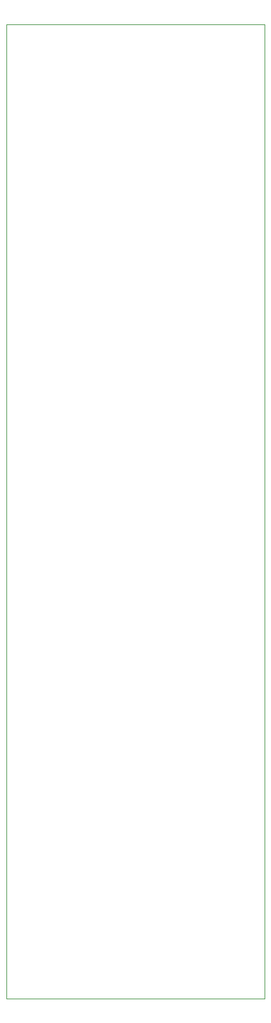
<source format=gbr>
G04 #@! TF.GenerationSoftware,KiCad,Pcbnew,5.1.6-1.fc31*
G04 #@! TF.CreationDate,2020-06-19T15:26:16-04:00*
G04 #@! TF.ProjectId,ChordArrayFacePlate,43686f72-6441-4727-9261-794661636550,rev?*
G04 #@! TF.SameCoordinates,Original*
G04 #@! TF.FileFunction,Profile,NP*
%FSLAX46Y46*%
G04 Gerber Fmt 4.6, Leading zero omitted, Abs format (unit mm)*
G04 Created by KiCad (PCBNEW 5.1.6-1.fc31) date 2020-06-19 15:26:16*
%MOMM*%
%LPD*%
G01*
G04 APERTURE LIST*
G04 #@! TA.AperFunction,Profile*
%ADD10C,0.050000*%
G04 #@! TD*
G04 APERTURE END LIST*
D10*
X152500000Y-31000000D02*
X152500000Y-39000000D01*
X118500000Y-31000000D02*
X118500000Y-39000000D01*
X152500000Y-31000000D02*
X118500000Y-31000000D01*
X152500000Y-151500000D02*
X152500000Y-159500000D01*
X118500000Y-159500000D02*
X118500000Y-151500000D01*
X152500000Y-159500000D02*
X118500000Y-159500000D01*
X118500000Y-53500000D02*
X118500000Y-39000000D01*
X152500000Y-53500000D02*
X152500000Y-39000000D01*
X152500000Y-134500000D02*
X152500000Y-151500000D01*
X118500000Y-134500000D02*
X118500000Y-151500000D01*
X118500000Y-134500000D02*
X118500000Y-53500000D01*
X152500000Y-134500000D02*
X152500000Y-53500000D01*
M02*

</source>
